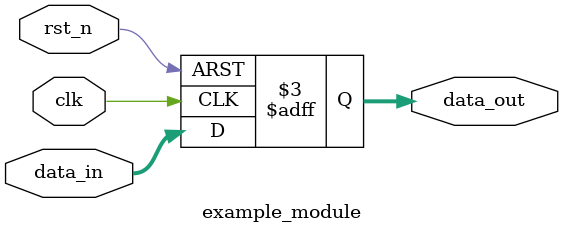
<source format=v>
module example_module(input clk, input rst_n, input [7:0] data_in, output reg [7:0] data_out);

always @(posedge clk or negedge rst_n) begin
    if (!rst_n)
        data_out <= 8'h0;
    else
        data_out <= data_in;
end

endmodule
</source>
